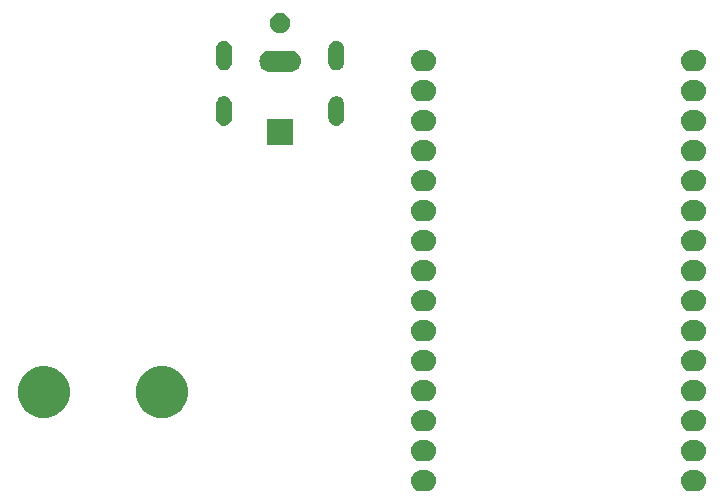
<source format=gbr>
G04 #@! TF.GenerationSoftware,KiCad,Pcbnew,5.1.5-52549c5~84~ubuntu18.04.1*
G04 #@! TF.CreationDate,2020-03-16T02:25:55+00:00*
G04 #@! TF.ProjectId,polariser_drive,706f6c61-7269-4736-9572-5f6472697665,rev?*
G04 #@! TF.SameCoordinates,Original*
G04 #@! TF.FileFunction,Soldermask,Bot*
G04 #@! TF.FilePolarity,Negative*
%FSLAX46Y46*%
G04 Gerber Fmt 4.6, Leading zero omitted, Abs format (unit mm)*
G04 Created by KiCad (PCBNEW 5.1.5-52549c5~84~ubuntu18.04.1) date 2020-03-16 02:25:55*
%MOMM*%
%LPD*%
G04 APERTURE LIST*
%ADD10C,0.100000*%
G04 APERTURE END LIST*
D10*
G36*
X110331694Y-69098633D02*
G01*
X110504095Y-69150931D01*
X110662983Y-69235858D01*
X110802249Y-69350151D01*
X110916542Y-69489417D01*
X111001469Y-69648305D01*
X111053767Y-69820706D01*
X111071425Y-70000000D01*
X111053767Y-70179294D01*
X111001469Y-70351695D01*
X110916542Y-70510583D01*
X110802249Y-70649849D01*
X110662983Y-70764142D01*
X110504095Y-70849069D01*
X110331694Y-70901367D01*
X110197331Y-70914600D01*
X109802669Y-70914600D01*
X109668306Y-70901367D01*
X109495905Y-70849069D01*
X109337017Y-70764142D01*
X109197751Y-70649849D01*
X109083458Y-70510583D01*
X108998531Y-70351695D01*
X108946233Y-70179294D01*
X108928575Y-70000000D01*
X108946233Y-69820706D01*
X108998531Y-69648305D01*
X109083458Y-69489417D01*
X109197751Y-69350151D01*
X109337017Y-69235858D01*
X109495905Y-69150931D01*
X109668306Y-69098633D01*
X109802669Y-69085400D01*
X110197331Y-69085400D01*
X110331694Y-69098633D01*
G37*
G36*
X87471694Y-69098633D02*
G01*
X87644095Y-69150931D01*
X87802983Y-69235858D01*
X87942249Y-69350151D01*
X88056542Y-69489417D01*
X88141469Y-69648305D01*
X88193767Y-69820706D01*
X88211425Y-70000000D01*
X88193767Y-70179294D01*
X88141469Y-70351695D01*
X88056542Y-70510583D01*
X87942249Y-70649849D01*
X87802983Y-70764142D01*
X87644095Y-70849069D01*
X87471694Y-70901367D01*
X87337331Y-70914600D01*
X86942669Y-70914600D01*
X86808306Y-70901367D01*
X86635905Y-70849069D01*
X86477017Y-70764142D01*
X86337751Y-70649849D01*
X86223458Y-70510583D01*
X86138531Y-70351695D01*
X86086233Y-70179294D01*
X86068575Y-70000000D01*
X86086233Y-69820706D01*
X86138531Y-69648305D01*
X86223458Y-69489417D01*
X86337751Y-69350151D01*
X86477017Y-69235858D01*
X86635905Y-69150931D01*
X86808306Y-69098633D01*
X86942669Y-69085400D01*
X87337331Y-69085400D01*
X87471694Y-69098633D01*
G37*
G36*
X87471694Y-66558633D02*
G01*
X87644095Y-66610931D01*
X87802983Y-66695858D01*
X87942249Y-66810151D01*
X88056542Y-66949417D01*
X88141469Y-67108305D01*
X88193767Y-67280706D01*
X88211425Y-67460000D01*
X88193767Y-67639294D01*
X88141469Y-67811695D01*
X88056542Y-67970583D01*
X87942249Y-68109849D01*
X87802983Y-68224142D01*
X87644095Y-68309069D01*
X87471694Y-68361367D01*
X87337331Y-68374600D01*
X86942669Y-68374600D01*
X86808306Y-68361367D01*
X86635905Y-68309069D01*
X86477017Y-68224142D01*
X86337751Y-68109849D01*
X86223458Y-67970583D01*
X86138531Y-67811695D01*
X86086233Y-67639294D01*
X86068575Y-67460000D01*
X86086233Y-67280706D01*
X86138531Y-67108305D01*
X86223458Y-66949417D01*
X86337751Y-66810151D01*
X86477017Y-66695858D01*
X86635905Y-66610931D01*
X86808306Y-66558633D01*
X86942669Y-66545400D01*
X87337331Y-66545400D01*
X87471694Y-66558633D01*
G37*
G36*
X110331694Y-66558633D02*
G01*
X110504095Y-66610931D01*
X110662983Y-66695858D01*
X110802249Y-66810151D01*
X110916542Y-66949417D01*
X111001469Y-67108305D01*
X111053767Y-67280706D01*
X111071425Y-67460000D01*
X111053767Y-67639294D01*
X111001469Y-67811695D01*
X110916542Y-67970583D01*
X110802249Y-68109849D01*
X110662983Y-68224142D01*
X110504095Y-68309069D01*
X110331694Y-68361367D01*
X110197331Y-68374600D01*
X109802669Y-68374600D01*
X109668306Y-68361367D01*
X109495905Y-68309069D01*
X109337017Y-68224142D01*
X109197751Y-68109849D01*
X109083458Y-67970583D01*
X108998531Y-67811695D01*
X108946233Y-67639294D01*
X108928575Y-67460000D01*
X108946233Y-67280706D01*
X108998531Y-67108305D01*
X109083458Y-66949417D01*
X109197751Y-66810151D01*
X109337017Y-66695858D01*
X109495905Y-66610931D01*
X109668306Y-66558633D01*
X109802669Y-66545400D01*
X110197331Y-66545400D01*
X110331694Y-66558633D01*
G37*
G36*
X110331694Y-64018633D02*
G01*
X110504095Y-64070931D01*
X110662983Y-64155858D01*
X110802249Y-64270151D01*
X110916542Y-64409417D01*
X111001469Y-64568305D01*
X111053767Y-64740706D01*
X111071425Y-64920000D01*
X111053767Y-65099294D01*
X111001469Y-65271695D01*
X110916542Y-65430583D01*
X110802249Y-65569849D01*
X110662983Y-65684142D01*
X110504095Y-65769069D01*
X110331694Y-65821367D01*
X110197331Y-65834600D01*
X109802669Y-65834600D01*
X109668306Y-65821367D01*
X109495905Y-65769069D01*
X109337017Y-65684142D01*
X109197751Y-65569849D01*
X109083458Y-65430583D01*
X108998531Y-65271695D01*
X108946233Y-65099294D01*
X108928575Y-64920000D01*
X108946233Y-64740706D01*
X108998531Y-64568305D01*
X109083458Y-64409417D01*
X109197751Y-64270151D01*
X109337017Y-64155858D01*
X109495905Y-64070931D01*
X109668306Y-64018633D01*
X109802669Y-64005400D01*
X110197331Y-64005400D01*
X110331694Y-64018633D01*
G37*
G36*
X87471694Y-64018633D02*
G01*
X87644095Y-64070931D01*
X87802983Y-64155858D01*
X87942249Y-64270151D01*
X88056542Y-64409417D01*
X88141469Y-64568305D01*
X88193767Y-64740706D01*
X88211425Y-64920000D01*
X88193767Y-65099294D01*
X88141469Y-65271695D01*
X88056542Y-65430583D01*
X87942249Y-65569849D01*
X87802983Y-65684142D01*
X87644095Y-65769069D01*
X87471694Y-65821367D01*
X87337331Y-65834600D01*
X86942669Y-65834600D01*
X86808306Y-65821367D01*
X86635905Y-65769069D01*
X86477017Y-65684142D01*
X86337751Y-65569849D01*
X86223458Y-65430583D01*
X86138531Y-65271695D01*
X86086233Y-65099294D01*
X86068575Y-64920000D01*
X86086233Y-64740706D01*
X86138531Y-64568305D01*
X86223458Y-64409417D01*
X86337751Y-64270151D01*
X86477017Y-64155858D01*
X86635905Y-64070931D01*
X86808306Y-64018633D01*
X86942669Y-64005400D01*
X87337331Y-64005400D01*
X87471694Y-64018633D01*
G37*
G36*
X55642007Y-60383582D02*
G01*
X56042563Y-60549498D01*
X56042565Y-60549499D01*
X56403056Y-60790371D01*
X56709629Y-61096944D01*
X56950501Y-61457435D01*
X56950502Y-61457437D01*
X57116418Y-61857993D01*
X57201000Y-62283219D01*
X57201000Y-62716781D01*
X57116418Y-63142007D01*
X56950502Y-63542563D01*
X56950501Y-63542565D01*
X56709629Y-63903056D01*
X56403056Y-64209629D01*
X56042565Y-64450501D01*
X56042564Y-64450502D01*
X56042563Y-64450502D01*
X55642007Y-64616418D01*
X55216781Y-64701000D01*
X54783219Y-64701000D01*
X54357993Y-64616418D01*
X53957437Y-64450502D01*
X53957436Y-64450502D01*
X53957435Y-64450501D01*
X53596944Y-64209629D01*
X53290371Y-63903056D01*
X53049499Y-63542565D01*
X53049498Y-63542563D01*
X52883582Y-63142007D01*
X52799000Y-62716781D01*
X52799000Y-62283219D01*
X52883582Y-61857993D01*
X53049498Y-61457437D01*
X53049499Y-61457435D01*
X53290371Y-61096944D01*
X53596944Y-60790371D01*
X53957435Y-60549499D01*
X53957437Y-60549498D01*
X54357993Y-60383582D01*
X54783219Y-60299000D01*
X55216781Y-60299000D01*
X55642007Y-60383582D01*
G37*
G36*
X65642007Y-60383582D02*
G01*
X66042563Y-60549498D01*
X66042565Y-60549499D01*
X66403056Y-60790371D01*
X66709629Y-61096944D01*
X66950501Y-61457435D01*
X66950502Y-61457437D01*
X67116418Y-61857993D01*
X67201000Y-62283219D01*
X67201000Y-62716781D01*
X67116418Y-63142007D01*
X66950502Y-63542563D01*
X66950501Y-63542565D01*
X66709629Y-63903056D01*
X66403056Y-64209629D01*
X66042565Y-64450501D01*
X66042564Y-64450502D01*
X66042563Y-64450502D01*
X65642007Y-64616418D01*
X65216781Y-64701000D01*
X64783219Y-64701000D01*
X64357993Y-64616418D01*
X63957437Y-64450502D01*
X63957436Y-64450502D01*
X63957435Y-64450501D01*
X63596944Y-64209629D01*
X63290371Y-63903056D01*
X63049499Y-63542565D01*
X63049498Y-63542563D01*
X62883582Y-63142007D01*
X62799000Y-62716781D01*
X62799000Y-62283219D01*
X62883582Y-61857993D01*
X63049498Y-61457437D01*
X63049499Y-61457435D01*
X63290371Y-61096944D01*
X63596944Y-60790371D01*
X63957435Y-60549499D01*
X63957437Y-60549498D01*
X64357993Y-60383582D01*
X64783219Y-60299000D01*
X65216781Y-60299000D01*
X65642007Y-60383582D01*
G37*
G36*
X110331694Y-61478633D02*
G01*
X110504095Y-61530931D01*
X110662983Y-61615858D01*
X110802249Y-61730151D01*
X110916542Y-61869417D01*
X111001469Y-62028305D01*
X111053767Y-62200706D01*
X111071425Y-62380000D01*
X111053767Y-62559294D01*
X111001469Y-62731695D01*
X110916542Y-62890583D01*
X110802249Y-63029849D01*
X110662983Y-63144142D01*
X110504095Y-63229069D01*
X110331694Y-63281367D01*
X110197331Y-63294600D01*
X109802669Y-63294600D01*
X109668306Y-63281367D01*
X109495905Y-63229069D01*
X109337017Y-63144142D01*
X109197751Y-63029849D01*
X109083458Y-62890583D01*
X108998531Y-62731695D01*
X108946233Y-62559294D01*
X108928575Y-62380000D01*
X108946233Y-62200706D01*
X108998531Y-62028305D01*
X109083458Y-61869417D01*
X109197751Y-61730151D01*
X109337017Y-61615858D01*
X109495905Y-61530931D01*
X109668306Y-61478633D01*
X109802669Y-61465400D01*
X110197331Y-61465400D01*
X110331694Y-61478633D01*
G37*
G36*
X87471694Y-61478633D02*
G01*
X87644095Y-61530931D01*
X87802983Y-61615858D01*
X87942249Y-61730151D01*
X88056542Y-61869417D01*
X88141469Y-62028305D01*
X88193767Y-62200706D01*
X88211425Y-62380000D01*
X88193767Y-62559294D01*
X88141469Y-62731695D01*
X88056542Y-62890583D01*
X87942249Y-63029849D01*
X87802983Y-63144142D01*
X87644095Y-63229069D01*
X87471694Y-63281367D01*
X87337331Y-63294600D01*
X86942669Y-63294600D01*
X86808306Y-63281367D01*
X86635905Y-63229069D01*
X86477017Y-63144142D01*
X86337751Y-63029849D01*
X86223458Y-62890583D01*
X86138531Y-62731695D01*
X86086233Y-62559294D01*
X86068575Y-62380000D01*
X86086233Y-62200706D01*
X86138531Y-62028305D01*
X86223458Y-61869417D01*
X86337751Y-61730151D01*
X86477017Y-61615858D01*
X86635905Y-61530931D01*
X86808306Y-61478633D01*
X86942669Y-61465400D01*
X87337331Y-61465400D01*
X87471694Y-61478633D01*
G37*
G36*
X110331694Y-58938633D02*
G01*
X110504095Y-58990931D01*
X110662983Y-59075858D01*
X110802249Y-59190151D01*
X110916542Y-59329417D01*
X111001469Y-59488305D01*
X111053767Y-59660706D01*
X111071425Y-59840000D01*
X111053767Y-60019294D01*
X111001469Y-60191695D01*
X110916542Y-60350583D01*
X110802249Y-60489849D01*
X110662983Y-60604142D01*
X110504095Y-60689069D01*
X110331694Y-60741367D01*
X110197331Y-60754600D01*
X109802669Y-60754600D01*
X109668306Y-60741367D01*
X109495905Y-60689069D01*
X109337017Y-60604142D01*
X109197751Y-60489849D01*
X109083458Y-60350583D01*
X108998531Y-60191695D01*
X108946233Y-60019294D01*
X108928575Y-59840000D01*
X108946233Y-59660706D01*
X108998531Y-59488305D01*
X109083458Y-59329417D01*
X109197751Y-59190151D01*
X109337017Y-59075858D01*
X109495905Y-58990931D01*
X109668306Y-58938633D01*
X109802669Y-58925400D01*
X110197331Y-58925400D01*
X110331694Y-58938633D01*
G37*
G36*
X87471694Y-58938633D02*
G01*
X87644095Y-58990931D01*
X87802983Y-59075858D01*
X87942249Y-59190151D01*
X88056542Y-59329417D01*
X88141469Y-59488305D01*
X88193767Y-59660706D01*
X88211425Y-59840000D01*
X88193767Y-60019294D01*
X88141469Y-60191695D01*
X88056542Y-60350583D01*
X87942249Y-60489849D01*
X87802983Y-60604142D01*
X87644095Y-60689069D01*
X87471694Y-60741367D01*
X87337331Y-60754600D01*
X86942669Y-60754600D01*
X86808306Y-60741367D01*
X86635905Y-60689069D01*
X86477017Y-60604142D01*
X86337751Y-60489849D01*
X86223458Y-60350583D01*
X86138531Y-60191695D01*
X86086233Y-60019294D01*
X86068575Y-59840000D01*
X86086233Y-59660706D01*
X86138531Y-59488305D01*
X86223458Y-59329417D01*
X86337751Y-59190151D01*
X86477017Y-59075858D01*
X86635905Y-58990931D01*
X86808306Y-58938633D01*
X86942669Y-58925400D01*
X87337331Y-58925400D01*
X87471694Y-58938633D01*
G37*
G36*
X87471694Y-56398633D02*
G01*
X87644095Y-56450931D01*
X87802983Y-56535858D01*
X87942249Y-56650151D01*
X88056542Y-56789417D01*
X88141469Y-56948305D01*
X88193767Y-57120706D01*
X88211425Y-57300000D01*
X88193767Y-57479294D01*
X88141469Y-57651695D01*
X88056542Y-57810583D01*
X87942249Y-57949849D01*
X87802983Y-58064142D01*
X87644095Y-58149069D01*
X87471694Y-58201367D01*
X87337331Y-58214600D01*
X86942669Y-58214600D01*
X86808306Y-58201367D01*
X86635905Y-58149069D01*
X86477017Y-58064142D01*
X86337751Y-57949849D01*
X86223458Y-57810583D01*
X86138531Y-57651695D01*
X86086233Y-57479294D01*
X86068575Y-57300000D01*
X86086233Y-57120706D01*
X86138531Y-56948305D01*
X86223458Y-56789417D01*
X86337751Y-56650151D01*
X86477017Y-56535858D01*
X86635905Y-56450931D01*
X86808306Y-56398633D01*
X86942669Y-56385400D01*
X87337331Y-56385400D01*
X87471694Y-56398633D01*
G37*
G36*
X110331694Y-56398633D02*
G01*
X110504095Y-56450931D01*
X110662983Y-56535858D01*
X110802249Y-56650151D01*
X110916542Y-56789417D01*
X111001469Y-56948305D01*
X111053767Y-57120706D01*
X111071425Y-57300000D01*
X111053767Y-57479294D01*
X111001469Y-57651695D01*
X110916542Y-57810583D01*
X110802249Y-57949849D01*
X110662983Y-58064142D01*
X110504095Y-58149069D01*
X110331694Y-58201367D01*
X110197331Y-58214600D01*
X109802669Y-58214600D01*
X109668306Y-58201367D01*
X109495905Y-58149069D01*
X109337017Y-58064142D01*
X109197751Y-57949849D01*
X109083458Y-57810583D01*
X108998531Y-57651695D01*
X108946233Y-57479294D01*
X108928575Y-57300000D01*
X108946233Y-57120706D01*
X108998531Y-56948305D01*
X109083458Y-56789417D01*
X109197751Y-56650151D01*
X109337017Y-56535858D01*
X109495905Y-56450931D01*
X109668306Y-56398633D01*
X109802669Y-56385400D01*
X110197331Y-56385400D01*
X110331694Y-56398633D01*
G37*
G36*
X87471694Y-53858633D02*
G01*
X87644095Y-53910931D01*
X87802983Y-53995858D01*
X87942249Y-54110151D01*
X88056542Y-54249417D01*
X88141469Y-54408305D01*
X88193767Y-54580706D01*
X88211425Y-54760000D01*
X88193767Y-54939294D01*
X88141469Y-55111695D01*
X88056542Y-55270583D01*
X87942249Y-55409849D01*
X87802983Y-55524142D01*
X87644095Y-55609069D01*
X87471694Y-55661367D01*
X87337331Y-55674600D01*
X86942669Y-55674600D01*
X86808306Y-55661367D01*
X86635905Y-55609069D01*
X86477017Y-55524142D01*
X86337751Y-55409849D01*
X86223458Y-55270583D01*
X86138531Y-55111695D01*
X86086233Y-54939294D01*
X86068575Y-54760000D01*
X86086233Y-54580706D01*
X86138531Y-54408305D01*
X86223458Y-54249417D01*
X86337751Y-54110151D01*
X86477017Y-53995858D01*
X86635905Y-53910931D01*
X86808306Y-53858633D01*
X86942669Y-53845400D01*
X87337331Y-53845400D01*
X87471694Y-53858633D01*
G37*
G36*
X110331694Y-53858633D02*
G01*
X110504095Y-53910931D01*
X110662983Y-53995858D01*
X110802249Y-54110151D01*
X110916542Y-54249417D01*
X111001469Y-54408305D01*
X111053767Y-54580706D01*
X111071425Y-54760000D01*
X111053767Y-54939294D01*
X111001469Y-55111695D01*
X110916542Y-55270583D01*
X110802249Y-55409849D01*
X110662983Y-55524142D01*
X110504095Y-55609069D01*
X110331694Y-55661367D01*
X110197331Y-55674600D01*
X109802669Y-55674600D01*
X109668306Y-55661367D01*
X109495905Y-55609069D01*
X109337017Y-55524142D01*
X109197751Y-55409849D01*
X109083458Y-55270583D01*
X108998531Y-55111695D01*
X108946233Y-54939294D01*
X108928575Y-54760000D01*
X108946233Y-54580706D01*
X108998531Y-54408305D01*
X109083458Y-54249417D01*
X109197751Y-54110151D01*
X109337017Y-53995858D01*
X109495905Y-53910931D01*
X109668306Y-53858633D01*
X109802669Y-53845400D01*
X110197331Y-53845400D01*
X110331694Y-53858633D01*
G37*
G36*
X110331694Y-51318633D02*
G01*
X110504095Y-51370931D01*
X110662983Y-51455858D01*
X110802249Y-51570151D01*
X110916542Y-51709417D01*
X111001469Y-51868305D01*
X111053767Y-52040706D01*
X111071425Y-52220000D01*
X111053767Y-52399294D01*
X111001469Y-52571695D01*
X110916542Y-52730583D01*
X110802249Y-52869849D01*
X110662983Y-52984142D01*
X110504095Y-53069069D01*
X110331694Y-53121367D01*
X110197331Y-53134600D01*
X109802669Y-53134600D01*
X109668306Y-53121367D01*
X109495905Y-53069069D01*
X109337017Y-52984142D01*
X109197751Y-52869849D01*
X109083458Y-52730583D01*
X108998531Y-52571695D01*
X108946233Y-52399294D01*
X108928575Y-52220000D01*
X108946233Y-52040706D01*
X108998531Y-51868305D01*
X109083458Y-51709417D01*
X109197751Y-51570151D01*
X109337017Y-51455858D01*
X109495905Y-51370931D01*
X109668306Y-51318633D01*
X109802669Y-51305400D01*
X110197331Y-51305400D01*
X110331694Y-51318633D01*
G37*
G36*
X87471694Y-51318633D02*
G01*
X87644095Y-51370931D01*
X87802983Y-51455858D01*
X87942249Y-51570151D01*
X88056542Y-51709417D01*
X88141469Y-51868305D01*
X88193767Y-52040706D01*
X88211425Y-52220000D01*
X88193767Y-52399294D01*
X88141469Y-52571695D01*
X88056542Y-52730583D01*
X87942249Y-52869849D01*
X87802983Y-52984142D01*
X87644095Y-53069069D01*
X87471694Y-53121367D01*
X87337331Y-53134600D01*
X86942669Y-53134600D01*
X86808306Y-53121367D01*
X86635905Y-53069069D01*
X86477017Y-52984142D01*
X86337751Y-52869849D01*
X86223458Y-52730583D01*
X86138531Y-52571695D01*
X86086233Y-52399294D01*
X86068575Y-52220000D01*
X86086233Y-52040706D01*
X86138531Y-51868305D01*
X86223458Y-51709417D01*
X86337751Y-51570151D01*
X86477017Y-51455858D01*
X86635905Y-51370931D01*
X86808306Y-51318633D01*
X86942669Y-51305400D01*
X87337331Y-51305400D01*
X87471694Y-51318633D01*
G37*
G36*
X87471694Y-48778633D02*
G01*
X87644095Y-48830931D01*
X87802983Y-48915858D01*
X87942249Y-49030151D01*
X88056542Y-49169417D01*
X88141469Y-49328305D01*
X88193767Y-49500706D01*
X88211425Y-49680000D01*
X88193767Y-49859294D01*
X88141469Y-50031695D01*
X88056542Y-50190583D01*
X87942249Y-50329849D01*
X87802983Y-50444142D01*
X87644095Y-50529069D01*
X87471694Y-50581367D01*
X87337331Y-50594600D01*
X86942669Y-50594600D01*
X86808306Y-50581367D01*
X86635905Y-50529069D01*
X86477017Y-50444142D01*
X86337751Y-50329849D01*
X86223458Y-50190583D01*
X86138531Y-50031695D01*
X86086233Y-49859294D01*
X86068575Y-49680000D01*
X86086233Y-49500706D01*
X86138531Y-49328305D01*
X86223458Y-49169417D01*
X86337751Y-49030151D01*
X86477017Y-48915858D01*
X86635905Y-48830931D01*
X86808306Y-48778633D01*
X86942669Y-48765400D01*
X87337331Y-48765400D01*
X87471694Y-48778633D01*
G37*
G36*
X110331694Y-48778633D02*
G01*
X110504095Y-48830931D01*
X110662983Y-48915858D01*
X110802249Y-49030151D01*
X110916542Y-49169417D01*
X111001469Y-49328305D01*
X111053767Y-49500706D01*
X111071425Y-49680000D01*
X111053767Y-49859294D01*
X111001469Y-50031695D01*
X110916542Y-50190583D01*
X110802249Y-50329849D01*
X110662983Y-50444142D01*
X110504095Y-50529069D01*
X110331694Y-50581367D01*
X110197331Y-50594600D01*
X109802669Y-50594600D01*
X109668306Y-50581367D01*
X109495905Y-50529069D01*
X109337017Y-50444142D01*
X109197751Y-50329849D01*
X109083458Y-50190583D01*
X108998531Y-50031695D01*
X108946233Y-49859294D01*
X108928575Y-49680000D01*
X108946233Y-49500706D01*
X108998531Y-49328305D01*
X109083458Y-49169417D01*
X109197751Y-49030151D01*
X109337017Y-48915858D01*
X109495905Y-48830931D01*
X109668306Y-48778633D01*
X109802669Y-48765400D01*
X110197331Y-48765400D01*
X110331694Y-48778633D01*
G37*
G36*
X110331694Y-46238633D02*
G01*
X110504095Y-46290931D01*
X110662983Y-46375858D01*
X110802249Y-46490151D01*
X110916542Y-46629417D01*
X111001469Y-46788305D01*
X111053767Y-46960706D01*
X111071425Y-47140000D01*
X111053767Y-47319294D01*
X111001469Y-47491695D01*
X110916542Y-47650583D01*
X110802249Y-47789849D01*
X110662983Y-47904142D01*
X110504095Y-47989069D01*
X110331694Y-48041367D01*
X110197331Y-48054600D01*
X109802669Y-48054600D01*
X109668306Y-48041367D01*
X109495905Y-47989069D01*
X109337017Y-47904142D01*
X109197751Y-47789849D01*
X109083458Y-47650583D01*
X108998531Y-47491695D01*
X108946233Y-47319294D01*
X108928575Y-47140000D01*
X108946233Y-46960706D01*
X108998531Y-46788305D01*
X109083458Y-46629417D01*
X109197751Y-46490151D01*
X109337017Y-46375858D01*
X109495905Y-46290931D01*
X109668306Y-46238633D01*
X109802669Y-46225400D01*
X110197331Y-46225400D01*
X110331694Y-46238633D01*
G37*
G36*
X87471694Y-46238633D02*
G01*
X87644095Y-46290931D01*
X87802983Y-46375858D01*
X87942249Y-46490151D01*
X88056542Y-46629417D01*
X88141469Y-46788305D01*
X88193767Y-46960706D01*
X88211425Y-47140000D01*
X88193767Y-47319294D01*
X88141469Y-47491695D01*
X88056542Y-47650583D01*
X87942249Y-47789849D01*
X87802983Y-47904142D01*
X87644095Y-47989069D01*
X87471694Y-48041367D01*
X87337331Y-48054600D01*
X86942669Y-48054600D01*
X86808306Y-48041367D01*
X86635905Y-47989069D01*
X86477017Y-47904142D01*
X86337751Y-47789849D01*
X86223458Y-47650583D01*
X86138531Y-47491695D01*
X86086233Y-47319294D01*
X86068575Y-47140000D01*
X86086233Y-46960706D01*
X86138531Y-46788305D01*
X86223458Y-46629417D01*
X86337751Y-46490151D01*
X86477017Y-46375858D01*
X86635905Y-46290931D01*
X86808306Y-46238633D01*
X86942669Y-46225400D01*
X87337331Y-46225400D01*
X87471694Y-46238633D01*
G37*
G36*
X110331694Y-43698633D02*
G01*
X110504095Y-43750931D01*
X110662983Y-43835858D01*
X110802249Y-43950151D01*
X110916542Y-44089417D01*
X111001469Y-44248305D01*
X111053767Y-44420706D01*
X111071425Y-44600000D01*
X111053767Y-44779294D01*
X111001469Y-44951695D01*
X110916542Y-45110583D01*
X110802249Y-45249849D01*
X110662983Y-45364142D01*
X110504095Y-45449069D01*
X110331694Y-45501367D01*
X110197331Y-45514600D01*
X109802669Y-45514600D01*
X109668306Y-45501367D01*
X109495905Y-45449069D01*
X109337017Y-45364142D01*
X109197751Y-45249849D01*
X109083458Y-45110583D01*
X108998531Y-44951695D01*
X108946233Y-44779294D01*
X108928575Y-44600000D01*
X108946233Y-44420706D01*
X108998531Y-44248305D01*
X109083458Y-44089417D01*
X109197751Y-43950151D01*
X109337017Y-43835858D01*
X109495905Y-43750931D01*
X109668306Y-43698633D01*
X109802669Y-43685400D01*
X110197331Y-43685400D01*
X110331694Y-43698633D01*
G37*
G36*
X87471694Y-43698633D02*
G01*
X87644095Y-43750931D01*
X87802983Y-43835858D01*
X87942249Y-43950151D01*
X88056542Y-44089417D01*
X88141469Y-44248305D01*
X88193767Y-44420706D01*
X88211425Y-44600000D01*
X88193767Y-44779294D01*
X88141469Y-44951695D01*
X88056542Y-45110583D01*
X87942249Y-45249849D01*
X87802983Y-45364142D01*
X87644095Y-45449069D01*
X87471694Y-45501367D01*
X87337331Y-45514600D01*
X86942669Y-45514600D01*
X86808306Y-45501367D01*
X86635905Y-45449069D01*
X86477017Y-45364142D01*
X86337751Y-45249849D01*
X86223458Y-45110583D01*
X86138531Y-44951695D01*
X86086233Y-44779294D01*
X86068575Y-44600000D01*
X86086233Y-44420706D01*
X86138531Y-44248305D01*
X86223458Y-44089417D01*
X86337751Y-43950151D01*
X86477017Y-43835858D01*
X86635905Y-43750931D01*
X86808306Y-43698633D01*
X86942669Y-43685400D01*
X87337331Y-43685400D01*
X87471694Y-43698633D01*
G37*
G36*
X110331694Y-41158633D02*
G01*
X110504095Y-41210931D01*
X110662983Y-41295858D01*
X110802249Y-41410151D01*
X110916542Y-41549417D01*
X111001469Y-41708305D01*
X111053767Y-41880706D01*
X111071425Y-42060000D01*
X111053767Y-42239294D01*
X111001469Y-42411695D01*
X110916542Y-42570583D01*
X110802249Y-42709849D01*
X110662983Y-42824142D01*
X110504095Y-42909069D01*
X110331694Y-42961367D01*
X110197331Y-42974600D01*
X109802669Y-42974600D01*
X109668306Y-42961367D01*
X109495905Y-42909069D01*
X109337017Y-42824142D01*
X109197751Y-42709849D01*
X109083458Y-42570583D01*
X108998531Y-42411695D01*
X108946233Y-42239294D01*
X108928575Y-42060000D01*
X108946233Y-41880706D01*
X108998531Y-41708305D01*
X109083458Y-41549417D01*
X109197751Y-41410151D01*
X109337017Y-41295858D01*
X109495905Y-41210931D01*
X109668306Y-41158633D01*
X109802669Y-41145400D01*
X110197331Y-41145400D01*
X110331694Y-41158633D01*
G37*
G36*
X87471694Y-41158633D02*
G01*
X87644095Y-41210931D01*
X87802983Y-41295858D01*
X87942249Y-41410151D01*
X88056542Y-41549417D01*
X88141469Y-41708305D01*
X88193767Y-41880706D01*
X88211425Y-42060000D01*
X88193767Y-42239294D01*
X88141469Y-42411695D01*
X88056542Y-42570583D01*
X87942249Y-42709849D01*
X87802983Y-42824142D01*
X87644095Y-42909069D01*
X87471694Y-42961367D01*
X87337331Y-42974600D01*
X86942669Y-42974600D01*
X86808306Y-42961367D01*
X86635905Y-42909069D01*
X86477017Y-42824142D01*
X86337751Y-42709849D01*
X86223458Y-42570583D01*
X86138531Y-42411695D01*
X86086233Y-42239294D01*
X86068575Y-42060000D01*
X86086233Y-41880706D01*
X86138531Y-41708305D01*
X86223458Y-41549417D01*
X86337751Y-41410151D01*
X86477017Y-41295858D01*
X86635905Y-41210931D01*
X86808306Y-41158633D01*
X86942669Y-41145400D01*
X87337331Y-41145400D01*
X87471694Y-41158633D01*
G37*
G36*
X76101000Y-41601000D02*
G01*
X73899000Y-41601000D01*
X73899000Y-39399000D01*
X76101000Y-39399000D01*
X76101000Y-41601000D01*
G37*
G36*
X87471694Y-38618633D02*
G01*
X87644095Y-38670931D01*
X87802983Y-38755858D01*
X87942249Y-38870151D01*
X88056542Y-39009417D01*
X88141469Y-39168305D01*
X88193767Y-39340706D01*
X88211425Y-39520000D01*
X88193767Y-39699294D01*
X88141469Y-39871695D01*
X88056542Y-40030583D01*
X87942249Y-40169849D01*
X87802983Y-40284142D01*
X87644095Y-40369069D01*
X87471694Y-40421367D01*
X87337331Y-40434600D01*
X86942669Y-40434600D01*
X86808306Y-40421367D01*
X86635905Y-40369069D01*
X86477017Y-40284142D01*
X86337751Y-40169849D01*
X86223458Y-40030583D01*
X86138531Y-39871695D01*
X86086233Y-39699294D01*
X86068575Y-39520000D01*
X86086233Y-39340706D01*
X86138531Y-39168305D01*
X86223458Y-39009417D01*
X86337751Y-38870151D01*
X86477017Y-38755858D01*
X86635905Y-38670931D01*
X86808306Y-38618633D01*
X86942669Y-38605400D01*
X87337331Y-38605400D01*
X87471694Y-38618633D01*
G37*
G36*
X110331694Y-38618633D02*
G01*
X110504095Y-38670931D01*
X110662983Y-38755858D01*
X110802249Y-38870151D01*
X110916542Y-39009417D01*
X111001469Y-39168305D01*
X111053767Y-39340706D01*
X111071425Y-39520000D01*
X111053767Y-39699294D01*
X111001469Y-39871695D01*
X110916542Y-40030583D01*
X110802249Y-40169849D01*
X110662983Y-40284142D01*
X110504095Y-40369069D01*
X110331694Y-40421367D01*
X110197331Y-40434600D01*
X109802669Y-40434600D01*
X109668306Y-40421367D01*
X109495905Y-40369069D01*
X109337017Y-40284142D01*
X109197751Y-40169849D01*
X109083458Y-40030583D01*
X108998531Y-39871695D01*
X108946233Y-39699294D01*
X108928575Y-39520000D01*
X108946233Y-39340706D01*
X108998531Y-39168305D01*
X109083458Y-39009417D01*
X109197751Y-38870151D01*
X109337017Y-38755858D01*
X109495905Y-38670931D01*
X109668306Y-38618633D01*
X109802669Y-38605400D01*
X110197331Y-38605400D01*
X110331694Y-38618633D01*
G37*
G36*
X70377618Y-37458420D02*
G01*
X70468404Y-37485960D01*
X70500336Y-37495646D01*
X70613425Y-37556094D01*
X70712554Y-37637446D01*
X70793906Y-37736575D01*
X70854354Y-37849664D01*
X70854355Y-37849668D01*
X70891580Y-37972382D01*
X70901000Y-38068027D01*
X70901000Y-39331973D01*
X70891580Y-39427618D01*
X70864040Y-39518404D01*
X70854354Y-39550336D01*
X70793906Y-39663425D01*
X70712554Y-39762553D01*
X70613424Y-39843906D01*
X70500335Y-39904354D01*
X70468403Y-39914040D01*
X70377617Y-39941580D01*
X70250000Y-39954149D01*
X70122382Y-39941580D01*
X70031596Y-39914040D01*
X69999664Y-39904354D01*
X69886575Y-39843906D01*
X69787447Y-39762554D01*
X69706094Y-39663424D01*
X69645646Y-39550335D01*
X69635960Y-39518403D01*
X69608420Y-39427617D01*
X69599000Y-39331972D01*
X69599001Y-38068027D01*
X69608421Y-37972382D01*
X69645646Y-37849668D01*
X69645647Y-37849664D01*
X69706095Y-37736575D01*
X69787447Y-37637446D01*
X69886576Y-37556094D01*
X69999665Y-37495646D01*
X70031597Y-37485960D01*
X70122383Y-37458420D01*
X70250000Y-37445851D01*
X70377618Y-37458420D01*
G37*
G36*
X79877618Y-37458420D02*
G01*
X79968404Y-37485960D01*
X80000336Y-37495646D01*
X80113425Y-37556094D01*
X80212554Y-37637446D01*
X80293906Y-37736575D01*
X80354354Y-37849664D01*
X80354355Y-37849668D01*
X80391580Y-37972382D01*
X80401000Y-38068027D01*
X80401000Y-39331973D01*
X80391580Y-39427618D01*
X80364040Y-39518404D01*
X80354354Y-39550336D01*
X80293906Y-39663425D01*
X80212554Y-39762553D01*
X80113424Y-39843906D01*
X80000335Y-39904354D01*
X79968403Y-39914040D01*
X79877617Y-39941580D01*
X79750000Y-39954149D01*
X79622382Y-39941580D01*
X79531596Y-39914040D01*
X79499664Y-39904354D01*
X79386575Y-39843906D01*
X79287447Y-39762554D01*
X79206094Y-39663424D01*
X79145646Y-39550335D01*
X79135960Y-39518403D01*
X79108420Y-39427617D01*
X79099000Y-39331972D01*
X79099001Y-38068027D01*
X79108421Y-37972382D01*
X79145646Y-37849668D01*
X79145647Y-37849664D01*
X79206095Y-37736575D01*
X79287447Y-37637446D01*
X79386576Y-37556094D01*
X79499665Y-37495646D01*
X79531597Y-37485960D01*
X79622383Y-37458420D01*
X79750000Y-37445851D01*
X79877618Y-37458420D01*
G37*
G36*
X110331694Y-36078633D02*
G01*
X110504095Y-36130931D01*
X110662983Y-36215858D01*
X110802249Y-36330151D01*
X110916542Y-36469417D01*
X111001469Y-36628305D01*
X111053767Y-36800706D01*
X111071425Y-36980000D01*
X111053767Y-37159294D01*
X111001469Y-37331695D01*
X110916542Y-37490583D01*
X110802249Y-37629849D01*
X110662983Y-37744142D01*
X110504095Y-37829069D01*
X110331694Y-37881367D01*
X110197331Y-37894600D01*
X109802669Y-37894600D01*
X109668306Y-37881367D01*
X109495905Y-37829069D01*
X109337017Y-37744142D01*
X109197751Y-37629849D01*
X109083458Y-37490583D01*
X108998531Y-37331695D01*
X108946233Y-37159294D01*
X108928575Y-36980000D01*
X108946233Y-36800706D01*
X108998531Y-36628305D01*
X109083458Y-36469417D01*
X109197751Y-36330151D01*
X109337017Y-36215858D01*
X109495905Y-36130931D01*
X109668306Y-36078633D01*
X109802669Y-36065400D01*
X110197331Y-36065400D01*
X110331694Y-36078633D01*
G37*
G36*
X87471694Y-36078633D02*
G01*
X87644095Y-36130931D01*
X87802983Y-36215858D01*
X87942249Y-36330151D01*
X88056542Y-36469417D01*
X88141469Y-36628305D01*
X88193767Y-36800706D01*
X88211425Y-36980000D01*
X88193767Y-37159294D01*
X88141469Y-37331695D01*
X88056542Y-37490583D01*
X87942249Y-37629849D01*
X87802983Y-37744142D01*
X87644095Y-37829069D01*
X87471694Y-37881367D01*
X87337331Y-37894600D01*
X86942669Y-37894600D01*
X86808306Y-37881367D01*
X86635905Y-37829069D01*
X86477017Y-37744142D01*
X86337751Y-37629849D01*
X86223458Y-37490583D01*
X86138531Y-37331695D01*
X86086233Y-37159294D01*
X86068575Y-36980000D01*
X86086233Y-36800706D01*
X86138531Y-36628305D01*
X86223458Y-36469417D01*
X86337751Y-36330151D01*
X86477017Y-36215858D01*
X86635905Y-36130931D01*
X86808306Y-36078633D01*
X86942669Y-36065400D01*
X87337331Y-36065400D01*
X87471694Y-36078633D01*
G37*
G36*
X75960443Y-33605519D02*
G01*
X76026627Y-33612037D01*
X76196466Y-33663557D01*
X76352991Y-33747222D01*
X76388729Y-33776552D01*
X76490186Y-33859814D01*
X76573448Y-33961271D01*
X76602778Y-33997009D01*
X76686443Y-34153534D01*
X76737963Y-34323373D01*
X76755359Y-34500000D01*
X76737963Y-34676627D01*
X76686443Y-34846466D01*
X76602778Y-35002991D01*
X76573448Y-35038729D01*
X76490186Y-35140186D01*
X76388729Y-35223448D01*
X76352991Y-35252778D01*
X76196466Y-35336443D01*
X76026627Y-35387963D01*
X75960443Y-35394481D01*
X75894260Y-35401000D01*
X74105740Y-35401000D01*
X74039557Y-35394481D01*
X73973373Y-35387963D01*
X73803534Y-35336443D01*
X73647009Y-35252778D01*
X73611271Y-35223448D01*
X73509814Y-35140186D01*
X73426552Y-35038729D01*
X73397222Y-35002991D01*
X73313557Y-34846466D01*
X73262037Y-34676627D01*
X73244641Y-34500000D01*
X73262037Y-34323373D01*
X73313557Y-34153534D01*
X73397222Y-33997009D01*
X73426552Y-33961271D01*
X73509814Y-33859814D01*
X73611271Y-33776552D01*
X73647009Y-33747222D01*
X73803534Y-33663557D01*
X73973373Y-33612037D01*
X74039557Y-33605519D01*
X74105740Y-33599000D01*
X75894260Y-33599000D01*
X75960443Y-33605519D01*
G37*
G36*
X110331694Y-33538633D02*
G01*
X110504095Y-33590931D01*
X110662983Y-33675858D01*
X110802249Y-33790151D01*
X110916542Y-33929417D01*
X111001469Y-34088305D01*
X111053767Y-34260706D01*
X111071425Y-34440000D01*
X111053767Y-34619294D01*
X111001469Y-34791695D01*
X110916542Y-34950583D01*
X110802249Y-35089849D01*
X110662983Y-35204142D01*
X110504095Y-35289069D01*
X110331694Y-35341367D01*
X110197331Y-35354600D01*
X109802669Y-35354600D01*
X109668306Y-35341367D01*
X109495905Y-35289069D01*
X109337017Y-35204142D01*
X109197751Y-35089849D01*
X109083458Y-34950583D01*
X108998531Y-34791695D01*
X108946233Y-34619294D01*
X108928575Y-34440000D01*
X108946233Y-34260706D01*
X108998531Y-34088305D01*
X109083458Y-33929417D01*
X109197751Y-33790151D01*
X109337017Y-33675858D01*
X109495905Y-33590931D01*
X109668306Y-33538633D01*
X109802669Y-33525400D01*
X110197331Y-33525400D01*
X110331694Y-33538633D01*
G37*
G36*
X87471694Y-33538633D02*
G01*
X87644095Y-33590931D01*
X87802983Y-33675858D01*
X87942249Y-33790151D01*
X88056542Y-33929417D01*
X88141469Y-34088305D01*
X88193767Y-34260706D01*
X88211425Y-34440000D01*
X88193767Y-34619294D01*
X88141469Y-34791695D01*
X88056542Y-34950583D01*
X87942249Y-35089849D01*
X87802983Y-35204142D01*
X87644095Y-35289069D01*
X87471694Y-35341367D01*
X87337331Y-35354600D01*
X86942669Y-35354600D01*
X86808306Y-35341367D01*
X86635905Y-35289069D01*
X86477017Y-35204142D01*
X86337751Y-35089849D01*
X86223458Y-34950583D01*
X86138531Y-34791695D01*
X86086233Y-34619294D01*
X86068575Y-34440000D01*
X86086233Y-34260706D01*
X86138531Y-34088305D01*
X86223458Y-33929417D01*
X86337751Y-33790151D01*
X86477017Y-33675858D01*
X86635905Y-33590931D01*
X86808306Y-33538633D01*
X86942669Y-33525400D01*
X87337331Y-33525400D01*
X87471694Y-33538633D01*
G37*
G36*
X70377618Y-32758420D02*
G01*
X70468404Y-32785960D01*
X70500336Y-32795646D01*
X70613425Y-32856094D01*
X70712554Y-32937446D01*
X70793906Y-33036575D01*
X70854354Y-33149664D01*
X70854355Y-33149668D01*
X70891580Y-33272382D01*
X70901000Y-33368027D01*
X70901000Y-34631973D01*
X70891580Y-34727618D01*
X70872142Y-34791695D01*
X70854354Y-34850336D01*
X70793906Y-34963425D01*
X70712554Y-35062553D01*
X70613424Y-35143906D01*
X70500335Y-35204354D01*
X70468403Y-35214040D01*
X70377617Y-35241580D01*
X70250000Y-35254149D01*
X70122382Y-35241580D01*
X70031596Y-35214040D01*
X69999664Y-35204354D01*
X69886575Y-35143906D01*
X69787447Y-35062554D01*
X69706094Y-34963424D01*
X69645646Y-34850335D01*
X69627858Y-34791695D01*
X69608420Y-34727617D01*
X69599000Y-34631972D01*
X69599001Y-33368027D01*
X69608421Y-33272382D01*
X69645646Y-33149668D01*
X69645647Y-33149664D01*
X69706095Y-33036575D01*
X69787447Y-32937446D01*
X69886576Y-32856094D01*
X69999665Y-32795646D01*
X70031597Y-32785960D01*
X70122383Y-32758420D01*
X70250000Y-32745851D01*
X70377618Y-32758420D01*
G37*
G36*
X79877618Y-32758420D02*
G01*
X79968404Y-32785960D01*
X80000336Y-32795646D01*
X80113425Y-32856094D01*
X80212554Y-32937446D01*
X80293906Y-33036575D01*
X80354354Y-33149664D01*
X80354355Y-33149668D01*
X80391580Y-33272382D01*
X80401000Y-33368027D01*
X80401000Y-34631973D01*
X80391580Y-34727618D01*
X80372142Y-34791695D01*
X80354354Y-34850336D01*
X80293906Y-34963425D01*
X80212554Y-35062553D01*
X80113424Y-35143906D01*
X80000335Y-35204354D01*
X79968403Y-35214040D01*
X79877617Y-35241580D01*
X79750000Y-35254149D01*
X79622382Y-35241580D01*
X79531596Y-35214040D01*
X79499664Y-35204354D01*
X79386575Y-35143906D01*
X79287447Y-35062554D01*
X79206094Y-34963424D01*
X79145646Y-34850335D01*
X79127858Y-34791695D01*
X79108420Y-34727617D01*
X79099000Y-34631972D01*
X79099001Y-33368027D01*
X79108421Y-33272382D01*
X79145646Y-33149668D01*
X79145647Y-33149664D01*
X79206095Y-33036575D01*
X79287447Y-32937446D01*
X79386576Y-32856094D01*
X79499665Y-32795646D01*
X79531597Y-32785960D01*
X79622383Y-32758420D01*
X79750000Y-32745851D01*
X79877618Y-32758420D01*
G37*
G36*
X75248228Y-30431703D02*
G01*
X75403100Y-30495853D01*
X75542481Y-30588985D01*
X75661015Y-30707519D01*
X75754147Y-30846900D01*
X75818297Y-31001772D01*
X75851000Y-31166184D01*
X75851000Y-31333816D01*
X75818297Y-31498228D01*
X75754147Y-31653100D01*
X75661015Y-31792481D01*
X75542481Y-31911015D01*
X75403100Y-32004147D01*
X75248228Y-32068297D01*
X75083816Y-32101000D01*
X74916184Y-32101000D01*
X74751772Y-32068297D01*
X74596900Y-32004147D01*
X74457519Y-31911015D01*
X74338985Y-31792481D01*
X74245853Y-31653100D01*
X74181703Y-31498228D01*
X74149000Y-31333816D01*
X74149000Y-31166184D01*
X74181703Y-31001772D01*
X74245853Y-30846900D01*
X74338985Y-30707519D01*
X74457519Y-30588985D01*
X74596900Y-30495853D01*
X74751772Y-30431703D01*
X74916184Y-30399000D01*
X75083816Y-30399000D01*
X75248228Y-30431703D01*
G37*
M02*

</source>
